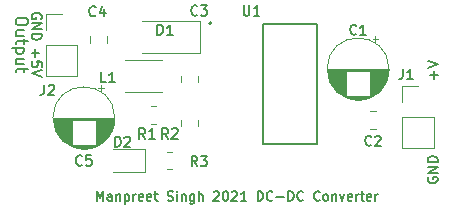
<source format=gbr>
G04 #@! TF.GenerationSoftware,KiCad,Pcbnew,(5.1.9)-1*
G04 #@! TF.CreationDate,2021-09-16T20:09:32-07:00*
G04 #@! TF.ProjectId,AtlasPD,41746c61-7350-4442-9e6b-696361645f70,rev?*
G04 #@! TF.SameCoordinates,Original*
G04 #@! TF.FileFunction,Legend,Top*
G04 #@! TF.FilePolarity,Positive*
%FSLAX46Y46*%
G04 Gerber Fmt 4.6, Leading zero omitted, Abs format (unit mm)*
G04 Created by KiCad (PCBNEW (5.1.9)-1) date 2021-09-16 20:09:32*
%MOMM*%
%LPD*%
G01*
G04 APERTURE LIST*
%ADD10C,0.170000*%
%ADD11C,0.200000*%
%ADD12C,0.120000*%
%ADD13C,0.127000*%
G04 APERTURE END LIST*
D10*
X24755085Y-22960942D02*
X24755085Y-23608561D01*
X24431276Y-23284752D02*
X25078895Y-23284752D01*
X25281276Y-24418085D02*
X25281276Y-24013323D01*
X24876514Y-23972847D01*
X24916990Y-24013323D01*
X24957466Y-24094276D01*
X24957466Y-24296657D01*
X24916990Y-24377609D01*
X24876514Y-24418085D01*
X24795561Y-24458561D01*
X24593180Y-24458561D01*
X24512228Y-24418085D01*
X24471752Y-24377609D01*
X24431276Y-24296657D01*
X24431276Y-24094276D01*
X24471752Y-24013323D01*
X24512228Y-23972847D01*
X25281276Y-24701419D02*
X24431276Y-24984752D01*
X25281276Y-25268085D01*
X25240800Y-20358180D02*
X25281276Y-20277228D01*
X25281276Y-20155800D01*
X25240800Y-20034371D01*
X25159847Y-19953419D01*
X25078895Y-19912942D01*
X24916990Y-19872466D01*
X24795561Y-19872466D01*
X24633657Y-19912942D01*
X24552704Y-19953419D01*
X24471752Y-20034371D01*
X24431276Y-20155800D01*
X24431276Y-20236752D01*
X24471752Y-20358180D01*
X24512228Y-20398657D01*
X24795561Y-20398657D01*
X24795561Y-20236752D01*
X24431276Y-20762942D02*
X25281276Y-20762942D01*
X24431276Y-21248657D01*
X25281276Y-21248657D01*
X24431276Y-21653419D02*
X25281276Y-21653419D01*
X25281276Y-21855800D01*
X25240800Y-21977228D01*
X25159847Y-22058180D01*
X25078895Y-22098657D01*
X24916990Y-22139133D01*
X24795561Y-22139133D01*
X24633657Y-22098657D01*
X24552704Y-22058180D01*
X24471752Y-21977228D01*
X24431276Y-21855800D01*
X24431276Y-21653419D01*
X58480714Y-25453095D02*
X58480714Y-24805476D01*
X58804523Y-25129285D02*
X58156904Y-25129285D01*
X57954523Y-24522142D02*
X58804523Y-24238809D01*
X57954523Y-23955476D01*
X57995000Y-33794619D02*
X57954523Y-33875571D01*
X57954523Y-33997000D01*
X57995000Y-34118428D01*
X58075952Y-34199380D01*
X58156904Y-34239857D01*
X58318809Y-34280333D01*
X58440238Y-34280333D01*
X58602142Y-34239857D01*
X58683095Y-34199380D01*
X58764047Y-34118428D01*
X58804523Y-33997000D01*
X58804523Y-33916047D01*
X58764047Y-33794619D01*
X58723571Y-33754142D01*
X58440238Y-33754142D01*
X58440238Y-33916047D01*
X58804523Y-33389857D02*
X57954523Y-33389857D01*
X58804523Y-32904142D01*
X57954523Y-32904142D01*
X58804523Y-32499380D02*
X57954523Y-32499380D01*
X57954523Y-32297000D01*
X57995000Y-32175571D01*
X58075952Y-32094619D01*
X58156904Y-32054142D01*
X58318809Y-32013666D01*
X58440238Y-32013666D01*
X58602142Y-32054142D01*
X58683095Y-32094619D01*
X58764047Y-32175571D01*
X58804523Y-32297000D01*
X58804523Y-32499380D01*
D11*
X24093419Y-20505990D02*
X24093419Y-20696466D01*
X24045800Y-20791704D01*
X23950561Y-20886942D01*
X23760085Y-20934561D01*
X23426752Y-20934561D01*
X23236276Y-20886942D01*
X23141038Y-20791704D01*
X23093419Y-20696466D01*
X23093419Y-20505990D01*
X23141038Y-20410752D01*
X23236276Y-20315514D01*
X23426752Y-20267895D01*
X23760085Y-20267895D01*
X23950561Y-20315514D01*
X24045800Y-20410752D01*
X24093419Y-20505990D01*
X23760085Y-21791704D02*
X23093419Y-21791704D01*
X23760085Y-21363133D02*
X23236276Y-21363133D01*
X23141038Y-21410752D01*
X23093419Y-21505990D01*
X23093419Y-21648847D01*
X23141038Y-21744085D01*
X23188657Y-21791704D01*
X23760085Y-22125038D02*
X23760085Y-22505990D01*
X24093419Y-22267895D02*
X23236276Y-22267895D01*
X23141038Y-22315514D01*
X23093419Y-22410752D01*
X23093419Y-22505990D01*
X23760085Y-22839323D02*
X22760085Y-22839323D01*
X23712466Y-22839323D02*
X23760085Y-22934561D01*
X23760085Y-23125038D01*
X23712466Y-23220276D01*
X23664847Y-23267895D01*
X23569609Y-23315514D01*
X23283895Y-23315514D01*
X23188657Y-23267895D01*
X23141038Y-23220276D01*
X23093419Y-23125038D01*
X23093419Y-22934561D01*
X23141038Y-22839323D01*
X23760085Y-24172657D02*
X23093419Y-24172657D01*
X23760085Y-23744085D02*
X23236276Y-23744085D01*
X23141038Y-23791704D01*
X23093419Y-23886942D01*
X23093419Y-24029800D01*
X23141038Y-24125038D01*
X23188657Y-24172657D01*
X23760085Y-24505990D02*
X23760085Y-24886942D01*
X24093419Y-24648847D02*
X23236276Y-24648847D01*
X23141038Y-24696466D01*
X23093419Y-24791704D01*
X23093419Y-24886942D01*
X29960780Y-35769504D02*
X29960780Y-34969504D01*
X30227447Y-35540933D01*
X30494114Y-34969504D01*
X30494114Y-35769504D01*
X31217923Y-35769504D02*
X31217923Y-35350457D01*
X31179828Y-35274266D01*
X31103638Y-35236171D01*
X30951257Y-35236171D01*
X30875066Y-35274266D01*
X31217923Y-35731409D02*
X31141733Y-35769504D01*
X30951257Y-35769504D01*
X30875066Y-35731409D01*
X30836971Y-35655219D01*
X30836971Y-35579028D01*
X30875066Y-35502838D01*
X30951257Y-35464742D01*
X31141733Y-35464742D01*
X31217923Y-35426647D01*
X31598876Y-35236171D02*
X31598876Y-35769504D01*
X31598876Y-35312361D02*
X31636971Y-35274266D01*
X31713161Y-35236171D01*
X31827447Y-35236171D01*
X31903638Y-35274266D01*
X31941733Y-35350457D01*
X31941733Y-35769504D01*
X32322685Y-35236171D02*
X32322685Y-36036171D01*
X32322685Y-35274266D02*
X32398876Y-35236171D01*
X32551257Y-35236171D01*
X32627447Y-35274266D01*
X32665542Y-35312361D01*
X32703638Y-35388552D01*
X32703638Y-35617123D01*
X32665542Y-35693314D01*
X32627447Y-35731409D01*
X32551257Y-35769504D01*
X32398876Y-35769504D01*
X32322685Y-35731409D01*
X33046495Y-35769504D02*
X33046495Y-35236171D01*
X33046495Y-35388552D02*
X33084590Y-35312361D01*
X33122685Y-35274266D01*
X33198876Y-35236171D01*
X33275066Y-35236171D01*
X33846495Y-35731409D02*
X33770304Y-35769504D01*
X33617923Y-35769504D01*
X33541733Y-35731409D01*
X33503638Y-35655219D01*
X33503638Y-35350457D01*
X33541733Y-35274266D01*
X33617923Y-35236171D01*
X33770304Y-35236171D01*
X33846495Y-35274266D01*
X33884590Y-35350457D01*
X33884590Y-35426647D01*
X33503638Y-35502838D01*
X34532209Y-35731409D02*
X34456019Y-35769504D01*
X34303638Y-35769504D01*
X34227447Y-35731409D01*
X34189352Y-35655219D01*
X34189352Y-35350457D01*
X34227447Y-35274266D01*
X34303638Y-35236171D01*
X34456019Y-35236171D01*
X34532209Y-35274266D01*
X34570304Y-35350457D01*
X34570304Y-35426647D01*
X34189352Y-35502838D01*
X34798876Y-35236171D02*
X35103638Y-35236171D01*
X34913161Y-34969504D02*
X34913161Y-35655219D01*
X34951257Y-35731409D01*
X35027447Y-35769504D01*
X35103638Y-35769504D01*
X35941733Y-35731409D02*
X36056019Y-35769504D01*
X36246495Y-35769504D01*
X36322685Y-35731409D01*
X36360780Y-35693314D01*
X36398876Y-35617123D01*
X36398876Y-35540933D01*
X36360780Y-35464742D01*
X36322685Y-35426647D01*
X36246495Y-35388552D01*
X36094114Y-35350457D01*
X36017923Y-35312361D01*
X35979828Y-35274266D01*
X35941733Y-35198076D01*
X35941733Y-35121885D01*
X35979828Y-35045695D01*
X36017923Y-35007600D01*
X36094114Y-34969504D01*
X36284590Y-34969504D01*
X36398876Y-35007600D01*
X36741733Y-35769504D02*
X36741733Y-35236171D01*
X36741733Y-34969504D02*
X36703638Y-35007600D01*
X36741733Y-35045695D01*
X36779828Y-35007600D01*
X36741733Y-34969504D01*
X36741733Y-35045695D01*
X37122685Y-35236171D02*
X37122685Y-35769504D01*
X37122685Y-35312361D02*
X37160780Y-35274266D01*
X37236971Y-35236171D01*
X37351257Y-35236171D01*
X37427447Y-35274266D01*
X37465542Y-35350457D01*
X37465542Y-35769504D01*
X38189352Y-35236171D02*
X38189352Y-35883790D01*
X38151257Y-35959980D01*
X38113161Y-35998076D01*
X38036971Y-36036171D01*
X37922685Y-36036171D01*
X37846495Y-35998076D01*
X38189352Y-35731409D02*
X38113161Y-35769504D01*
X37960780Y-35769504D01*
X37884590Y-35731409D01*
X37846495Y-35693314D01*
X37808400Y-35617123D01*
X37808400Y-35388552D01*
X37846495Y-35312361D01*
X37884590Y-35274266D01*
X37960780Y-35236171D01*
X38113161Y-35236171D01*
X38189352Y-35274266D01*
X38570304Y-35769504D02*
X38570304Y-34969504D01*
X38913161Y-35769504D02*
X38913161Y-35350457D01*
X38875066Y-35274266D01*
X38798876Y-35236171D01*
X38684590Y-35236171D01*
X38608400Y-35274266D01*
X38570304Y-35312361D01*
X39865542Y-35045695D02*
X39903638Y-35007600D01*
X39979828Y-34969504D01*
X40170304Y-34969504D01*
X40246495Y-35007600D01*
X40284590Y-35045695D01*
X40322685Y-35121885D01*
X40322685Y-35198076D01*
X40284590Y-35312361D01*
X39827447Y-35769504D01*
X40322685Y-35769504D01*
X40817923Y-34969504D02*
X40894114Y-34969504D01*
X40970304Y-35007600D01*
X41008400Y-35045695D01*
X41046495Y-35121885D01*
X41084590Y-35274266D01*
X41084590Y-35464742D01*
X41046495Y-35617123D01*
X41008400Y-35693314D01*
X40970304Y-35731409D01*
X40894114Y-35769504D01*
X40817923Y-35769504D01*
X40741733Y-35731409D01*
X40703638Y-35693314D01*
X40665542Y-35617123D01*
X40627447Y-35464742D01*
X40627447Y-35274266D01*
X40665542Y-35121885D01*
X40703638Y-35045695D01*
X40741733Y-35007600D01*
X40817923Y-34969504D01*
X41389352Y-35045695D02*
X41427447Y-35007600D01*
X41503638Y-34969504D01*
X41694114Y-34969504D01*
X41770304Y-35007600D01*
X41808400Y-35045695D01*
X41846495Y-35121885D01*
X41846495Y-35198076D01*
X41808400Y-35312361D01*
X41351257Y-35769504D01*
X41846495Y-35769504D01*
X42608400Y-35769504D02*
X42151257Y-35769504D01*
X42379828Y-35769504D02*
X42379828Y-34969504D01*
X42303638Y-35083790D01*
X42227447Y-35159980D01*
X42151257Y-35198076D01*
X43560780Y-35769504D02*
X43560780Y-34969504D01*
X43751257Y-34969504D01*
X43865542Y-35007600D01*
X43941733Y-35083790D01*
X43979828Y-35159980D01*
X44017923Y-35312361D01*
X44017923Y-35426647D01*
X43979828Y-35579028D01*
X43941733Y-35655219D01*
X43865542Y-35731409D01*
X43751257Y-35769504D01*
X43560780Y-35769504D01*
X44817923Y-35693314D02*
X44779828Y-35731409D01*
X44665542Y-35769504D01*
X44589352Y-35769504D01*
X44475066Y-35731409D01*
X44398876Y-35655219D01*
X44360780Y-35579028D01*
X44322685Y-35426647D01*
X44322685Y-35312361D01*
X44360780Y-35159980D01*
X44398876Y-35083790D01*
X44475066Y-35007600D01*
X44589352Y-34969504D01*
X44665542Y-34969504D01*
X44779828Y-35007600D01*
X44817923Y-35045695D01*
X45160780Y-35464742D02*
X45770304Y-35464742D01*
X46151257Y-35769504D02*
X46151257Y-34969504D01*
X46341733Y-34969504D01*
X46456019Y-35007600D01*
X46532209Y-35083790D01*
X46570304Y-35159980D01*
X46608400Y-35312361D01*
X46608400Y-35426647D01*
X46570304Y-35579028D01*
X46532209Y-35655219D01*
X46456019Y-35731409D01*
X46341733Y-35769504D01*
X46151257Y-35769504D01*
X47408400Y-35693314D02*
X47370304Y-35731409D01*
X47256019Y-35769504D01*
X47179828Y-35769504D01*
X47065542Y-35731409D01*
X46989352Y-35655219D01*
X46951257Y-35579028D01*
X46913161Y-35426647D01*
X46913161Y-35312361D01*
X46951257Y-35159980D01*
X46989352Y-35083790D01*
X47065542Y-35007600D01*
X47179828Y-34969504D01*
X47256019Y-34969504D01*
X47370304Y-35007600D01*
X47408400Y-35045695D01*
X48817923Y-35693314D02*
X48779828Y-35731409D01*
X48665542Y-35769504D01*
X48589352Y-35769504D01*
X48475066Y-35731409D01*
X48398876Y-35655219D01*
X48360780Y-35579028D01*
X48322685Y-35426647D01*
X48322685Y-35312361D01*
X48360780Y-35159980D01*
X48398876Y-35083790D01*
X48475066Y-35007600D01*
X48589352Y-34969504D01*
X48665542Y-34969504D01*
X48779828Y-35007600D01*
X48817923Y-35045695D01*
X49275066Y-35769504D02*
X49198876Y-35731409D01*
X49160780Y-35693314D01*
X49122685Y-35617123D01*
X49122685Y-35388552D01*
X49160780Y-35312361D01*
X49198876Y-35274266D01*
X49275066Y-35236171D01*
X49389352Y-35236171D01*
X49465542Y-35274266D01*
X49503638Y-35312361D01*
X49541733Y-35388552D01*
X49541733Y-35617123D01*
X49503638Y-35693314D01*
X49465542Y-35731409D01*
X49389352Y-35769504D01*
X49275066Y-35769504D01*
X49884590Y-35236171D02*
X49884590Y-35769504D01*
X49884590Y-35312361D02*
X49922685Y-35274266D01*
X49998876Y-35236171D01*
X50113161Y-35236171D01*
X50189352Y-35274266D01*
X50227447Y-35350457D01*
X50227447Y-35769504D01*
X50532209Y-35236171D02*
X50722685Y-35769504D01*
X50913161Y-35236171D01*
X51522685Y-35731409D02*
X51446495Y-35769504D01*
X51294114Y-35769504D01*
X51217923Y-35731409D01*
X51179828Y-35655219D01*
X51179828Y-35350457D01*
X51217923Y-35274266D01*
X51294114Y-35236171D01*
X51446495Y-35236171D01*
X51522685Y-35274266D01*
X51560780Y-35350457D01*
X51560780Y-35426647D01*
X51179828Y-35502838D01*
X51903638Y-35769504D02*
X51903638Y-35236171D01*
X51903638Y-35388552D02*
X51941733Y-35312361D01*
X51979828Y-35274266D01*
X52056019Y-35236171D01*
X52132209Y-35236171D01*
X52284590Y-35236171D02*
X52589352Y-35236171D01*
X52398876Y-34969504D02*
X52398876Y-35655219D01*
X52436971Y-35731409D01*
X52513161Y-35769504D01*
X52589352Y-35769504D01*
X53160780Y-35731409D02*
X53084590Y-35769504D01*
X52932209Y-35769504D01*
X52856019Y-35731409D01*
X52817923Y-35655219D01*
X52817923Y-35350457D01*
X52856019Y-35274266D01*
X52932209Y-35236171D01*
X53084590Y-35236171D01*
X53160780Y-35274266D01*
X53198876Y-35350457D01*
X53198876Y-35426647D01*
X52817923Y-35502838D01*
X53541733Y-35769504D02*
X53541733Y-35236171D01*
X53541733Y-35388552D02*
X53579828Y-35312361D01*
X53617923Y-35274266D01*
X53694114Y-35236171D01*
X53770304Y-35236171D01*
D12*
X38716200Y-23280200D02*
X33736200Y-23280200D01*
X38716200Y-20560200D02*
X33736200Y-20560200D01*
X38716200Y-23280200D02*
X38716200Y-20560200D01*
X35509000Y-26607600D02*
X32309000Y-26607600D01*
X32309000Y-23887600D02*
X35509000Y-23887600D01*
X53795000Y-22063225D02*
X53295000Y-22063225D01*
X53545000Y-21813225D02*
X53545000Y-22313225D01*
X52354000Y-27219000D02*
X51786000Y-27219000D01*
X52588000Y-27179000D02*
X51552000Y-27179000D01*
X52747000Y-27139000D02*
X51393000Y-27139000D01*
X52875000Y-27099000D02*
X51265000Y-27099000D01*
X52985000Y-27059000D02*
X51155000Y-27059000D01*
X53081000Y-27019000D02*
X51059000Y-27019000D01*
X53168000Y-26979000D02*
X50972000Y-26979000D01*
X53248000Y-26939000D02*
X50892000Y-26939000D01*
X51030000Y-26899000D02*
X50819000Y-26899000D01*
X53321000Y-26899000D02*
X53110000Y-26899000D01*
X51030000Y-26859000D02*
X50751000Y-26859000D01*
X53389000Y-26859000D02*
X53110000Y-26859000D01*
X51030000Y-26819000D02*
X50687000Y-26819000D01*
X53453000Y-26819000D02*
X53110000Y-26819000D01*
X51030000Y-26779000D02*
X50627000Y-26779000D01*
X53513000Y-26779000D02*
X53110000Y-26779000D01*
X51030000Y-26739000D02*
X50570000Y-26739000D01*
X53570000Y-26739000D02*
X53110000Y-26739000D01*
X51030000Y-26699000D02*
X50516000Y-26699000D01*
X53624000Y-26699000D02*
X53110000Y-26699000D01*
X51030000Y-26659000D02*
X50465000Y-26659000D01*
X53675000Y-26659000D02*
X53110000Y-26659000D01*
X51030000Y-26619000D02*
X50417000Y-26619000D01*
X53723000Y-26619000D02*
X53110000Y-26619000D01*
X51030000Y-26579000D02*
X50371000Y-26579000D01*
X53769000Y-26579000D02*
X53110000Y-26579000D01*
X51030000Y-26539000D02*
X50327000Y-26539000D01*
X53813000Y-26539000D02*
X53110000Y-26539000D01*
X51030000Y-26499000D02*
X50285000Y-26499000D01*
X53855000Y-26499000D02*
X53110000Y-26499000D01*
X51030000Y-26459000D02*
X50244000Y-26459000D01*
X53896000Y-26459000D02*
X53110000Y-26459000D01*
X51030000Y-26419000D02*
X50206000Y-26419000D01*
X53934000Y-26419000D02*
X53110000Y-26419000D01*
X51030000Y-26379000D02*
X50169000Y-26379000D01*
X53971000Y-26379000D02*
X53110000Y-26379000D01*
X51030000Y-26339000D02*
X50133000Y-26339000D01*
X54007000Y-26339000D02*
X53110000Y-26339000D01*
X51030000Y-26299000D02*
X50099000Y-26299000D01*
X54041000Y-26299000D02*
X53110000Y-26299000D01*
X51030000Y-26259000D02*
X50066000Y-26259000D01*
X54074000Y-26259000D02*
X53110000Y-26259000D01*
X51030000Y-26219000D02*
X50035000Y-26219000D01*
X54105000Y-26219000D02*
X53110000Y-26219000D01*
X51030000Y-26179000D02*
X50005000Y-26179000D01*
X54135000Y-26179000D02*
X53110000Y-26179000D01*
X51030000Y-26139000D02*
X49975000Y-26139000D01*
X54165000Y-26139000D02*
X53110000Y-26139000D01*
X51030000Y-26099000D02*
X49948000Y-26099000D01*
X54192000Y-26099000D02*
X53110000Y-26099000D01*
X51030000Y-26059000D02*
X49921000Y-26059000D01*
X54219000Y-26059000D02*
X53110000Y-26059000D01*
X51030000Y-26019000D02*
X49895000Y-26019000D01*
X54245000Y-26019000D02*
X53110000Y-26019000D01*
X51030000Y-25979000D02*
X49870000Y-25979000D01*
X54270000Y-25979000D02*
X53110000Y-25979000D01*
X51030000Y-25939000D02*
X49846000Y-25939000D01*
X54294000Y-25939000D02*
X53110000Y-25939000D01*
X51030000Y-25899000D02*
X49823000Y-25899000D01*
X54317000Y-25899000D02*
X53110000Y-25899000D01*
X51030000Y-25859000D02*
X49802000Y-25859000D01*
X54338000Y-25859000D02*
X53110000Y-25859000D01*
X51030000Y-25819000D02*
X49780000Y-25819000D01*
X54360000Y-25819000D02*
X53110000Y-25819000D01*
X51030000Y-25779000D02*
X49760000Y-25779000D01*
X54380000Y-25779000D02*
X53110000Y-25779000D01*
X51030000Y-25739000D02*
X49741000Y-25739000D01*
X54399000Y-25739000D02*
X53110000Y-25739000D01*
X51030000Y-25699000D02*
X49722000Y-25699000D01*
X54418000Y-25699000D02*
X53110000Y-25699000D01*
X51030000Y-25659000D02*
X49705000Y-25659000D01*
X54435000Y-25659000D02*
X53110000Y-25659000D01*
X51030000Y-25619000D02*
X49688000Y-25619000D01*
X54452000Y-25619000D02*
X53110000Y-25619000D01*
X51030000Y-25579000D02*
X49672000Y-25579000D01*
X54468000Y-25579000D02*
X53110000Y-25579000D01*
X51030000Y-25539000D02*
X49656000Y-25539000D01*
X54484000Y-25539000D02*
X53110000Y-25539000D01*
X51030000Y-25499000D02*
X49642000Y-25499000D01*
X54498000Y-25499000D02*
X53110000Y-25499000D01*
X51030000Y-25459000D02*
X49628000Y-25459000D01*
X54512000Y-25459000D02*
X53110000Y-25459000D01*
X51030000Y-25419000D02*
X49615000Y-25419000D01*
X54525000Y-25419000D02*
X53110000Y-25419000D01*
X51030000Y-25379000D02*
X49602000Y-25379000D01*
X54538000Y-25379000D02*
X53110000Y-25379000D01*
X51030000Y-25339000D02*
X49590000Y-25339000D01*
X54550000Y-25339000D02*
X53110000Y-25339000D01*
X51030000Y-25298000D02*
X49579000Y-25298000D01*
X54561000Y-25298000D02*
X53110000Y-25298000D01*
X51030000Y-25258000D02*
X49569000Y-25258000D01*
X54571000Y-25258000D02*
X53110000Y-25258000D01*
X51030000Y-25218000D02*
X49559000Y-25218000D01*
X54581000Y-25218000D02*
X53110000Y-25218000D01*
X51030000Y-25178000D02*
X49550000Y-25178000D01*
X54590000Y-25178000D02*
X53110000Y-25178000D01*
X51030000Y-25138000D02*
X49542000Y-25138000D01*
X54598000Y-25138000D02*
X53110000Y-25138000D01*
X51030000Y-25098000D02*
X49534000Y-25098000D01*
X54606000Y-25098000D02*
X53110000Y-25098000D01*
X51030000Y-25058000D02*
X49527000Y-25058000D01*
X54613000Y-25058000D02*
X53110000Y-25058000D01*
X51030000Y-25018000D02*
X49520000Y-25018000D01*
X54620000Y-25018000D02*
X53110000Y-25018000D01*
X51030000Y-24978000D02*
X49514000Y-24978000D01*
X54626000Y-24978000D02*
X53110000Y-24978000D01*
X51030000Y-24938000D02*
X49509000Y-24938000D01*
X54631000Y-24938000D02*
X53110000Y-24938000D01*
X51030000Y-24898000D02*
X49505000Y-24898000D01*
X54635000Y-24898000D02*
X53110000Y-24898000D01*
X51030000Y-24858000D02*
X49501000Y-24858000D01*
X54639000Y-24858000D02*
X53110000Y-24858000D01*
X54643000Y-24818000D02*
X49497000Y-24818000D01*
X54646000Y-24778000D02*
X49494000Y-24778000D01*
X54648000Y-24738000D02*
X49492000Y-24738000D01*
X54649000Y-24698000D02*
X49491000Y-24698000D01*
X54650000Y-24658000D02*
X49490000Y-24658000D01*
X54650000Y-24618000D02*
X49490000Y-24618000D01*
X54690000Y-24618000D02*
G75*
G03*
X54690000Y-24618000I-2620000J0D01*
G01*
X53601252Y-28221000D02*
X53078748Y-28221000D01*
X53601252Y-29691000D02*
X53078748Y-29691000D01*
X38555600Y-25174348D02*
X38555600Y-25696852D01*
X37085600Y-25174348D02*
X37085600Y-25696852D01*
X29338600Y-22384652D02*
X29338600Y-21862148D01*
X30808600Y-22384652D02*
X30808600Y-21862148D01*
X31474400Y-28758200D02*
G75*
G03*
X31474400Y-28758200I-2620000J0D01*
G01*
X31434400Y-28758200D02*
X26274400Y-28758200D01*
X31434400Y-28798200D02*
X26274400Y-28798200D01*
X31433400Y-28838200D02*
X26275400Y-28838200D01*
X31432400Y-28878200D02*
X26276400Y-28878200D01*
X31430400Y-28918200D02*
X26278400Y-28918200D01*
X31427400Y-28958200D02*
X26281400Y-28958200D01*
X31423400Y-28998200D02*
X29894400Y-28998200D01*
X27814400Y-28998200D02*
X26285400Y-28998200D01*
X31419400Y-29038200D02*
X29894400Y-29038200D01*
X27814400Y-29038200D02*
X26289400Y-29038200D01*
X31415400Y-29078200D02*
X29894400Y-29078200D01*
X27814400Y-29078200D02*
X26293400Y-29078200D01*
X31410400Y-29118200D02*
X29894400Y-29118200D01*
X27814400Y-29118200D02*
X26298400Y-29118200D01*
X31404400Y-29158200D02*
X29894400Y-29158200D01*
X27814400Y-29158200D02*
X26304400Y-29158200D01*
X31397400Y-29198200D02*
X29894400Y-29198200D01*
X27814400Y-29198200D02*
X26311400Y-29198200D01*
X31390400Y-29238200D02*
X29894400Y-29238200D01*
X27814400Y-29238200D02*
X26318400Y-29238200D01*
X31382400Y-29278200D02*
X29894400Y-29278200D01*
X27814400Y-29278200D02*
X26326400Y-29278200D01*
X31374400Y-29318200D02*
X29894400Y-29318200D01*
X27814400Y-29318200D02*
X26334400Y-29318200D01*
X31365400Y-29358200D02*
X29894400Y-29358200D01*
X27814400Y-29358200D02*
X26343400Y-29358200D01*
X31355400Y-29398200D02*
X29894400Y-29398200D01*
X27814400Y-29398200D02*
X26353400Y-29398200D01*
X31345400Y-29438200D02*
X29894400Y-29438200D01*
X27814400Y-29438200D02*
X26363400Y-29438200D01*
X31334400Y-29479200D02*
X29894400Y-29479200D01*
X27814400Y-29479200D02*
X26374400Y-29479200D01*
X31322400Y-29519200D02*
X29894400Y-29519200D01*
X27814400Y-29519200D02*
X26386400Y-29519200D01*
X31309400Y-29559200D02*
X29894400Y-29559200D01*
X27814400Y-29559200D02*
X26399400Y-29559200D01*
X31296400Y-29599200D02*
X29894400Y-29599200D01*
X27814400Y-29599200D02*
X26412400Y-29599200D01*
X31282400Y-29639200D02*
X29894400Y-29639200D01*
X27814400Y-29639200D02*
X26426400Y-29639200D01*
X31268400Y-29679200D02*
X29894400Y-29679200D01*
X27814400Y-29679200D02*
X26440400Y-29679200D01*
X31252400Y-29719200D02*
X29894400Y-29719200D01*
X27814400Y-29719200D02*
X26456400Y-29719200D01*
X31236400Y-29759200D02*
X29894400Y-29759200D01*
X27814400Y-29759200D02*
X26472400Y-29759200D01*
X31219400Y-29799200D02*
X29894400Y-29799200D01*
X27814400Y-29799200D02*
X26489400Y-29799200D01*
X31202400Y-29839200D02*
X29894400Y-29839200D01*
X27814400Y-29839200D02*
X26506400Y-29839200D01*
X31183400Y-29879200D02*
X29894400Y-29879200D01*
X27814400Y-29879200D02*
X26525400Y-29879200D01*
X31164400Y-29919200D02*
X29894400Y-29919200D01*
X27814400Y-29919200D02*
X26544400Y-29919200D01*
X31144400Y-29959200D02*
X29894400Y-29959200D01*
X27814400Y-29959200D02*
X26564400Y-29959200D01*
X31122400Y-29999200D02*
X29894400Y-29999200D01*
X27814400Y-29999200D02*
X26586400Y-29999200D01*
X31101400Y-30039200D02*
X29894400Y-30039200D01*
X27814400Y-30039200D02*
X26607400Y-30039200D01*
X31078400Y-30079200D02*
X29894400Y-30079200D01*
X27814400Y-30079200D02*
X26630400Y-30079200D01*
X31054400Y-30119200D02*
X29894400Y-30119200D01*
X27814400Y-30119200D02*
X26654400Y-30119200D01*
X31029400Y-30159200D02*
X29894400Y-30159200D01*
X27814400Y-30159200D02*
X26679400Y-30159200D01*
X31003400Y-30199200D02*
X29894400Y-30199200D01*
X27814400Y-30199200D02*
X26705400Y-30199200D01*
X30976400Y-30239200D02*
X29894400Y-30239200D01*
X27814400Y-30239200D02*
X26732400Y-30239200D01*
X30949400Y-30279200D02*
X29894400Y-30279200D01*
X27814400Y-30279200D02*
X26759400Y-30279200D01*
X30919400Y-30319200D02*
X29894400Y-30319200D01*
X27814400Y-30319200D02*
X26789400Y-30319200D01*
X30889400Y-30359200D02*
X29894400Y-30359200D01*
X27814400Y-30359200D02*
X26819400Y-30359200D01*
X30858400Y-30399200D02*
X29894400Y-30399200D01*
X27814400Y-30399200D02*
X26850400Y-30399200D01*
X30825400Y-30439200D02*
X29894400Y-30439200D01*
X27814400Y-30439200D02*
X26883400Y-30439200D01*
X30791400Y-30479200D02*
X29894400Y-30479200D01*
X27814400Y-30479200D02*
X26917400Y-30479200D01*
X30755400Y-30519200D02*
X29894400Y-30519200D01*
X27814400Y-30519200D02*
X26953400Y-30519200D01*
X30718400Y-30559200D02*
X29894400Y-30559200D01*
X27814400Y-30559200D02*
X26990400Y-30559200D01*
X30680400Y-30599200D02*
X29894400Y-30599200D01*
X27814400Y-30599200D02*
X27028400Y-30599200D01*
X30639400Y-30639200D02*
X29894400Y-30639200D01*
X27814400Y-30639200D02*
X27069400Y-30639200D01*
X30597400Y-30679200D02*
X29894400Y-30679200D01*
X27814400Y-30679200D02*
X27111400Y-30679200D01*
X30553400Y-30719200D02*
X29894400Y-30719200D01*
X27814400Y-30719200D02*
X27155400Y-30719200D01*
X30507400Y-30759200D02*
X29894400Y-30759200D01*
X27814400Y-30759200D02*
X27201400Y-30759200D01*
X30459400Y-30799200D02*
X29894400Y-30799200D01*
X27814400Y-30799200D02*
X27249400Y-30799200D01*
X30408400Y-30839200D02*
X29894400Y-30839200D01*
X27814400Y-30839200D02*
X27300400Y-30839200D01*
X30354400Y-30879200D02*
X29894400Y-30879200D01*
X27814400Y-30879200D02*
X27354400Y-30879200D01*
X30297400Y-30919200D02*
X29894400Y-30919200D01*
X27814400Y-30919200D02*
X27411400Y-30919200D01*
X30237400Y-30959200D02*
X29894400Y-30959200D01*
X27814400Y-30959200D02*
X27471400Y-30959200D01*
X30173400Y-30999200D02*
X29894400Y-30999200D01*
X27814400Y-30999200D02*
X27535400Y-30999200D01*
X30105400Y-31039200D02*
X29894400Y-31039200D01*
X27814400Y-31039200D02*
X27603400Y-31039200D01*
X30032400Y-31079200D02*
X27676400Y-31079200D01*
X29952400Y-31119200D02*
X27756400Y-31119200D01*
X29865400Y-31159200D02*
X27843400Y-31159200D01*
X29769400Y-31199200D02*
X27939400Y-31199200D01*
X29659400Y-31239200D02*
X28049400Y-31239200D01*
X29531400Y-31279200D02*
X28177400Y-31279200D01*
X29372400Y-31319200D02*
X28336400Y-31319200D01*
X29138400Y-31359200D02*
X28570400Y-31359200D01*
X30329400Y-25953425D02*
X30329400Y-26453425D01*
X30579400Y-26203425D02*
X30079400Y-26203425D01*
X55820000Y-26102000D02*
X57150000Y-26102000D01*
X55820000Y-27432000D02*
X55820000Y-26102000D01*
X55820000Y-28702000D02*
X58480000Y-28702000D01*
X58480000Y-28702000D02*
X58480000Y-31302000D01*
X55820000Y-28702000D02*
X55820000Y-31302000D01*
X55820000Y-31302000D02*
X58480000Y-31302000D01*
X25644800Y-25180600D02*
X28304800Y-25180600D01*
X25644800Y-22580600D02*
X25644800Y-25180600D01*
X28304800Y-22580600D02*
X28304800Y-25180600D01*
X25644800Y-22580600D02*
X28304800Y-22580600D01*
X25644800Y-21310600D02*
X25644800Y-19980600D01*
X25644800Y-19980600D02*
X26974800Y-19980600D01*
X34520136Y-29259200D02*
X34974264Y-29259200D01*
X34520136Y-27789200D02*
X34974264Y-27789200D01*
X38555600Y-28982936D02*
X38555600Y-29437064D01*
X37085600Y-28982936D02*
X37085600Y-29437064D01*
D11*
X39670000Y-20758000D02*
G75*
G03*
X39670000Y-20758000I-100000J0D01*
G01*
D13*
X48580000Y-30988000D02*
X48580000Y-20828000D01*
X44010000Y-30988000D02*
X48580000Y-30988000D01*
X44010000Y-20828000D02*
X44010000Y-30988000D01*
X48580000Y-20828000D02*
X44010000Y-20828000D01*
D12*
X31308800Y-33319600D02*
X33993800Y-33319600D01*
X33993800Y-33319600D02*
X33993800Y-31399600D01*
X33993800Y-31399600D02*
X31308800Y-31399600D01*
X35891736Y-31624600D02*
X36345864Y-31624600D01*
X35891736Y-33094600D02*
X36345864Y-33094600D01*
D10*
X35085019Y-21720523D02*
X35085019Y-20870523D01*
X35287400Y-20870523D01*
X35408828Y-20911000D01*
X35489780Y-20991952D01*
X35530257Y-21072904D01*
X35570733Y-21234809D01*
X35570733Y-21356238D01*
X35530257Y-21518142D01*
X35489780Y-21599095D01*
X35408828Y-21680047D01*
X35287400Y-21720523D01*
X35085019Y-21720523D01*
X36380257Y-21720523D02*
X35894542Y-21720523D01*
X36137400Y-21720523D02*
X36137400Y-20870523D01*
X36056447Y-20991952D01*
X35975495Y-21072904D01*
X35894542Y-21113380D01*
X30744733Y-25733723D02*
X30339971Y-25733723D01*
X30339971Y-24883723D01*
X31473304Y-25733723D02*
X30987590Y-25733723D01*
X31230447Y-25733723D02*
X31230447Y-24883723D01*
X31149495Y-25005152D01*
X31068542Y-25086104D01*
X30987590Y-25126580D01*
X51928333Y-21639571D02*
X51887857Y-21680047D01*
X51766428Y-21720523D01*
X51685476Y-21720523D01*
X51564047Y-21680047D01*
X51483095Y-21599095D01*
X51442619Y-21518142D01*
X51402142Y-21356238D01*
X51402142Y-21234809D01*
X51442619Y-21072904D01*
X51483095Y-20991952D01*
X51564047Y-20911000D01*
X51685476Y-20870523D01*
X51766428Y-20870523D01*
X51887857Y-20911000D01*
X51928333Y-20951476D01*
X52737857Y-21720523D02*
X52252142Y-21720523D01*
X52495000Y-21720523D02*
X52495000Y-20870523D01*
X52414047Y-20991952D01*
X52333095Y-21072904D01*
X52252142Y-21113380D01*
X53198333Y-31037571D02*
X53157857Y-31078047D01*
X53036428Y-31118523D01*
X52955476Y-31118523D01*
X52834047Y-31078047D01*
X52753095Y-30997095D01*
X52712619Y-30916142D01*
X52672142Y-30754238D01*
X52672142Y-30632809D01*
X52712619Y-30470904D01*
X52753095Y-30389952D01*
X52834047Y-30309000D01*
X52955476Y-30268523D01*
X53036428Y-30268523D01*
X53157857Y-30309000D01*
X53198333Y-30349476D01*
X53522142Y-30349476D02*
X53562619Y-30309000D01*
X53643571Y-30268523D01*
X53845952Y-30268523D01*
X53926904Y-30309000D01*
X53967380Y-30349476D01*
X54007857Y-30430428D01*
X54007857Y-30511380D01*
X53967380Y-30632809D01*
X53481666Y-31118523D01*
X54007857Y-31118523D01*
X38466333Y-20013971D02*
X38425857Y-20054447D01*
X38304428Y-20094923D01*
X38223476Y-20094923D01*
X38102047Y-20054447D01*
X38021095Y-19973495D01*
X37980619Y-19892542D01*
X37940142Y-19730638D01*
X37940142Y-19609209D01*
X37980619Y-19447304D01*
X38021095Y-19366352D01*
X38102047Y-19285400D01*
X38223476Y-19244923D01*
X38304428Y-19244923D01*
X38425857Y-19285400D01*
X38466333Y-19325876D01*
X38749666Y-19244923D02*
X39275857Y-19244923D01*
X38992523Y-19568733D01*
X39113952Y-19568733D01*
X39194904Y-19609209D01*
X39235380Y-19649685D01*
X39275857Y-19730638D01*
X39275857Y-19933019D01*
X39235380Y-20013971D01*
X39194904Y-20054447D01*
X39113952Y-20094923D01*
X38871095Y-20094923D01*
X38790142Y-20054447D01*
X38749666Y-20013971D01*
X29855733Y-20064771D02*
X29815257Y-20105247D01*
X29693828Y-20145723D01*
X29612876Y-20145723D01*
X29491447Y-20105247D01*
X29410495Y-20024295D01*
X29370019Y-19943342D01*
X29329542Y-19781438D01*
X29329542Y-19660009D01*
X29370019Y-19498104D01*
X29410495Y-19417152D01*
X29491447Y-19336200D01*
X29612876Y-19295723D01*
X29693828Y-19295723D01*
X29815257Y-19336200D01*
X29855733Y-19376676D01*
X30584304Y-19579057D02*
X30584304Y-20145723D01*
X30381923Y-19255247D02*
X30179542Y-19862390D01*
X30705733Y-19862390D01*
X28712733Y-32713971D02*
X28672257Y-32754447D01*
X28550828Y-32794923D01*
X28469876Y-32794923D01*
X28348447Y-32754447D01*
X28267495Y-32673495D01*
X28227019Y-32592542D01*
X28186542Y-32430638D01*
X28186542Y-32309209D01*
X28227019Y-32147304D01*
X28267495Y-32066352D01*
X28348447Y-31985400D01*
X28469876Y-31944923D01*
X28550828Y-31944923D01*
X28672257Y-31985400D01*
X28712733Y-32025876D01*
X29481780Y-31944923D02*
X29077019Y-31944923D01*
X29036542Y-32349685D01*
X29077019Y-32309209D01*
X29157971Y-32268733D01*
X29360352Y-32268733D01*
X29441304Y-32309209D01*
X29481780Y-32349685D01*
X29522257Y-32430638D01*
X29522257Y-32633019D01*
X29481780Y-32713971D01*
X29441304Y-32754447D01*
X29360352Y-32794923D01*
X29157971Y-32794923D01*
X29077019Y-32754447D01*
X29036542Y-32713971D01*
X55850666Y-24636523D02*
X55850666Y-25243666D01*
X55810190Y-25365095D01*
X55729238Y-25446047D01*
X55607809Y-25486523D01*
X55526857Y-25486523D01*
X56700666Y-25486523D02*
X56214952Y-25486523D01*
X56457809Y-25486523D02*
X56457809Y-24636523D01*
X56376857Y-24757952D01*
X56295904Y-24838904D01*
X56214952Y-24879380D01*
X25497666Y-25950523D02*
X25497666Y-26557666D01*
X25457190Y-26679095D01*
X25376238Y-26760047D01*
X25254809Y-26800523D01*
X25173857Y-26800523D01*
X25861952Y-26031476D02*
X25902428Y-25991000D01*
X25983380Y-25950523D01*
X26185761Y-25950523D01*
X26266714Y-25991000D01*
X26307190Y-26031476D01*
X26347666Y-26112428D01*
X26347666Y-26193380D01*
X26307190Y-26314809D01*
X25821476Y-26800523D01*
X26347666Y-26800523D01*
X34046733Y-30508923D02*
X33763400Y-30104161D01*
X33561019Y-30508923D02*
X33561019Y-29658923D01*
X33884828Y-29658923D01*
X33965780Y-29699400D01*
X34006257Y-29739876D01*
X34046733Y-29820828D01*
X34046733Y-29942257D01*
X34006257Y-30023209D01*
X33965780Y-30063685D01*
X33884828Y-30104161D01*
X33561019Y-30104161D01*
X34856257Y-30508923D02*
X34370542Y-30508923D01*
X34613400Y-30508923D02*
X34613400Y-29658923D01*
X34532447Y-29780352D01*
X34451495Y-29861304D01*
X34370542Y-29901780D01*
X35977133Y-30508923D02*
X35693800Y-30104161D01*
X35491419Y-30508923D02*
X35491419Y-29658923D01*
X35815228Y-29658923D01*
X35896180Y-29699400D01*
X35936657Y-29739876D01*
X35977133Y-29820828D01*
X35977133Y-29942257D01*
X35936657Y-30023209D01*
X35896180Y-30063685D01*
X35815228Y-30104161D01*
X35491419Y-30104161D01*
X36300942Y-29739876D02*
X36341419Y-29699400D01*
X36422371Y-29658923D01*
X36624752Y-29658923D01*
X36705704Y-29699400D01*
X36746180Y-29739876D01*
X36786657Y-29820828D01*
X36786657Y-29901780D01*
X36746180Y-30023209D01*
X36260466Y-30508923D01*
X36786657Y-30508923D01*
X42379980Y-19244923D02*
X42379980Y-19933019D01*
X42420457Y-20013971D01*
X42460933Y-20054447D01*
X42541885Y-20094923D01*
X42703790Y-20094923D01*
X42784742Y-20054447D01*
X42825219Y-20013971D01*
X42865695Y-19933019D01*
X42865695Y-19244923D01*
X43715695Y-20094923D02*
X43229980Y-20094923D01*
X43472838Y-20094923D02*
X43472838Y-19244923D01*
X43391885Y-19366352D01*
X43310933Y-19447304D01*
X43229980Y-19487780D01*
X31478219Y-31220123D02*
X31478219Y-30370123D01*
X31680600Y-30370123D01*
X31802028Y-30410600D01*
X31882980Y-30491552D01*
X31923457Y-30572504D01*
X31963933Y-30734409D01*
X31963933Y-30855838D01*
X31923457Y-31017742D01*
X31882980Y-31098695D01*
X31802028Y-31179647D01*
X31680600Y-31220123D01*
X31478219Y-31220123D01*
X32287742Y-30451076D02*
X32328219Y-30410600D01*
X32409171Y-30370123D01*
X32611552Y-30370123D01*
X32692504Y-30410600D01*
X32732980Y-30451076D01*
X32773457Y-30532028D01*
X32773457Y-30612980D01*
X32732980Y-30734409D01*
X32247266Y-31220123D01*
X32773457Y-31220123D01*
X38466333Y-32845723D02*
X38183000Y-32440961D01*
X37980619Y-32845723D02*
X37980619Y-31995723D01*
X38304428Y-31995723D01*
X38385380Y-32036200D01*
X38425857Y-32076676D01*
X38466333Y-32157628D01*
X38466333Y-32279057D01*
X38425857Y-32360009D01*
X38385380Y-32400485D01*
X38304428Y-32440961D01*
X37980619Y-32440961D01*
X38749666Y-31995723D02*
X39275857Y-31995723D01*
X38992523Y-32319533D01*
X39113952Y-32319533D01*
X39194904Y-32360009D01*
X39235380Y-32400485D01*
X39275857Y-32481438D01*
X39275857Y-32683819D01*
X39235380Y-32764771D01*
X39194904Y-32805247D01*
X39113952Y-32845723D01*
X38871095Y-32845723D01*
X38790142Y-32805247D01*
X38749666Y-32764771D01*
M02*

</source>
